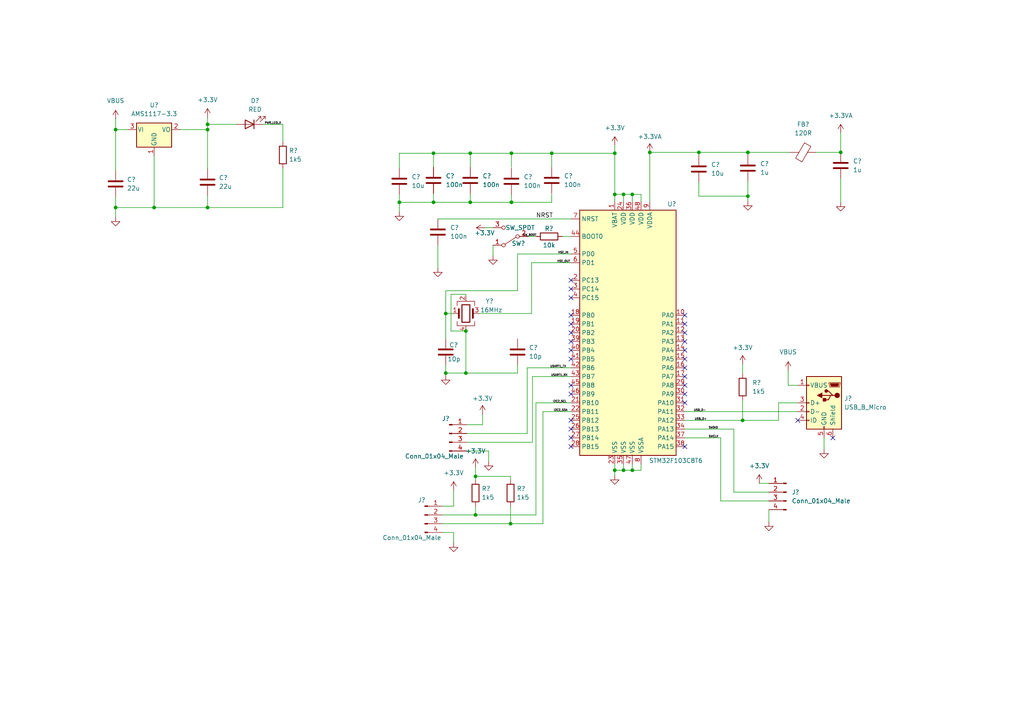
<source format=kicad_sch>
(kicad_sch (version 20211123) (generator eeschema)
  (paper "A4")
  (lib_symbols
    (symbol "Connector:Conn_01x04_Male" (pin_names (offset 1.016) hide)
      (property "Reference" "J" (at 0 5.08 0))
      (property "Value" "Conn_01x04_Male" (at 0 -7.62 0))
      (symbol "Conn_01x04_Male_1_1"
        (polyline (pts (xy 1.27 -5.08) (xy 0.8636 -5.08)) (stroke (width 0.1524)))
        (polyline (pts (xy 1.27 -2.54) (xy 0.8636 -2.54)) (stroke (width 0.1524)))
        (polyline (pts (xy 1.27 0) (xy 0.8636 0)) (stroke (width 0.1524)))
        (polyline (pts (xy 1.27 2.54) (xy 0.8636 2.54)) (stroke (width 0.1524)))
        (rectangle (start 0.8636 -4.953) (end 0 -5.207) (stroke (width 0.1524)) (fill (type outline)))
        (rectangle (start 0.8636 -2.413) (end 0 -2.667) (stroke (width 0.1524)) (fill (type outline)))
        (rectangle (start 0.8636 0.127) (end 0 -0.127) (stroke (width 0.1524)) (fill (type outline)))
        (rectangle (start 0.8636 2.667) (end 0 2.413) (stroke (width 0.1524)) (fill (type outline)))
        (pin passive line (at 5.08 2.54 180) (length 3.81) (name "Pin_1") (number "1"))
        (pin passive line (at 5.08 0 180) (length 3.81) (name "Pin_2") (number "2"))
        (pin passive line (at 5.08 -2.54 180) (length 3.81) (name "Pin_3") (number "3"))
        (pin passive line (at 5.08 -5.08 180) (length 3.81) (name "Pin_4") (number "4"))
      )
    )
    (symbol "Connector:USB_B_Micro" (pin_names (offset 1.016))
      (property "Reference" "J" (at -5.08 11.43 0))
      (property "Value" "USB_B_Micro" (at -5.08 8.89 0))
      (symbol "USB_B_Micro_0_1"
        (rectangle (start -5.08 -7.62) (end 5.08 7.62) (stroke (width 0.254)) (fill (type background)))
        (circle (center -3.81 2.159) (radius 0.635) (stroke (width 0.254)) (fill (type outline)))
        (circle (center -0.635 3.429) (radius 0.381) (stroke (width 0.254)) (fill (type outline)))
        (rectangle (start -0.127 -7.62) (end 0.127 -6.858))
        (polyline (pts (xy -1.905 2.159) (xy 0.635 2.159)) (stroke (width 0.254)))
        (polyline (pts (xy -3.175 2.159) (xy -2.54 2.159) (xy -1.27 3.429) (xy -0.635 3.429)) (stroke (width 0.254)))
        (polyline (pts (xy -2.54 2.159) (xy -1.905 2.159) (xy -1.27 0.889) (xy 0 0.889)) (stroke (width 0.254)))
        (polyline (pts (xy 0.635 2.794) (xy 0.635 1.524) (xy 1.905 2.159) (xy 0.635 2.794)) (stroke (width 0.254)) (fill (type outline)))
        (polyline (pts (xy -4.318 5.588) (xy -1.778 5.588) (xy -2.032 4.826) (xy -4.064 4.826) (xy -4.318 5.588)) (fill (type outline)))
        (polyline (pts (xy -4.699 5.842) (xy -4.699 5.588) (xy -4.445 4.826) (xy -4.445 4.572) (xy -1.651 4.572) (xy -1.651 4.826) (xy -1.397 5.588) (xy -1.397 5.842) (xy -4.699 5.842)))
        (rectangle (start 0.254 1.27) (end -0.508 0.508) (stroke (width 0.254)) (fill (type outline)))
        (rectangle (start 5.08 -5.207) (end 4.318 -4.953))
        (rectangle (start 5.08 -2.667) (end 4.318 -2.413))
        (rectangle (start 5.08 -0.127) (end 4.318 0.127))
        (rectangle (start 5.08 4.953) (end 4.318 5.207))
      )
      (symbol "USB_B_Micro_1_1"
        (pin power_out line (at 7.62 5.08 180) (length 2.54) (name "VBUS") (number "1"))
        (pin bidirectional line (at 7.62 -2.54 180) (length 2.54) (name "D-") (number "2"))
        (pin bidirectional line (at 7.62 0 180) (length 2.54) (name "D+") (number "3"))
        (pin passive line (at 7.62 -5.08 180) (length 2.54) (name "ID") (number "4"))
        (pin power_out line (at 0 -10.16 90) (length 2.54) (name "GND") (number "5"))
        (pin passive line (at -2.54 -10.16 90) (length 2.54) (name "Shield") (number "6"))
      )
    )
    (symbol "Device:C" (pin_numbers hide) (pin_names (offset 0.254))
      (property "Reference" "C" (at 0.635 2.54 0))
      (property "Value" "C" (at 0.635 -2.54 0))
      (symbol "C_0_1"
        (polyline (pts (xy -2.032 -0.762) (xy 2.032 -0.762)) (stroke (width 0.508)))
        (polyline (pts (xy -2.032 0.762) (xy 2.032 0.762)) (stroke (width 0.508)))
      )
      (symbol "C_1_1"
        (pin passive line (at 0 3.81 270) (length 2.794) (name "~") (number "1"))
        (pin passive line (at 0 -3.81 90) (length 2.794) (name "~") (number "2"))
      )
    )
    (symbol "Device:Crystal_GND24" (pin_names (offset 1.016) hide)
      (property "Reference" "Y" (at 3.175 5.08 0))
      (property "Value" "Crystal_GND24" (at 3.175 3.175 0))
      (symbol "Crystal_GND24_0_1"
        (rectangle (start -1.143 2.54) (end 1.143 -2.54) (stroke (width 0.3048)))
        (polyline (pts (xy -2.54 0) (xy -2.032 0)))
        (polyline (pts (xy -2.032 -1.27) (xy -2.032 1.27)) (stroke (width 0.508)))
        (polyline (pts (xy 0 -3.81) (xy 0 -3.556)))
        (polyline (pts (xy 0 3.556) (xy 0 3.81)))
        (polyline (pts (xy 2.032 -1.27) (xy 2.032 1.27)) (stroke (width 0.508)))
        (polyline (pts (xy 2.032 0) (xy 2.54 0)))
        (polyline (pts (xy -2.54 -2.286) (xy -2.54 -3.556) (xy 2.54 -3.556) (xy 2.54 -2.286)))
        (polyline (pts (xy -2.54 2.286) (xy -2.54 3.556) (xy 2.54 3.556) (xy 2.54 2.286)))
      )
      (symbol "Crystal_GND24_1_1"
        (pin passive line (at -3.81 0 0) (length 1.27) (name "1") (number "1"))
        (pin passive line (at 0 5.08 270) (length 1.27) (name "2") (number "2"))
        (pin passive line (at 3.81 0 180) (length 1.27) (name "3") (number "3"))
        (pin passive line (at 0 -5.08 90) (length 1.27) (name "4") (number "4"))
      )
    )
    (symbol "Device:FerriteBead" (pin_numbers hide) (pin_names (offset 0))
      (property "Reference" "FB" (at -3.81 0.635 90))
      (property "Value" "FerriteBead" (at 3.81 0 90))
      (symbol "FerriteBead_0_1"
        (polyline (pts (xy 0 -1.27) (xy 0 -1.2192)))
        (polyline (pts (xy 0 1.27) (xy 0 1.2954)))
        (polyline (pts (xy -2.7686 0.4064) (xy -1.7018 2.2606) (xy 2.7686 -0.3048) (xy 1.6764 -2.159) (xy -2.7686 0.4064)))
      )
      (symbol "FerriteBead_1_1"
        (pin passive line (at 0 3.81 270) (length 2.54) (name "~") (number "1"))
        (pin passive line (at 0 -3.81 90) (length 2.54) (name "~") (number "2"))
      )
    )
    (symbol "Device:LED" (pin_numbers hide) (pin_names (offset 1.016) hide)
      (property "Reference" "D" (at 0 2.54 0))
      (property "Value" "LED" (at 0 -2.54 0))
      (symbol "LED_0_1"
        (polyline (pts (xy -1.27 -1.27) (xy -1.27 1.27)) (stroke (width 0.254)))
        (polyline (pts (xy -1.27 0) (xy 1.27 0)))
        (polyline (pts (xy 1.27 -1.27) (xy 1.27 1.27) (xy -1.27 0) (xy 1.27 -1.27)) (stroke (width 0.254)))
        (polyline (pts (xy -3.048 -0.762) (xy -4.572 -2.286) (xy -3.81 -2.286) (xy -4.572 -2.286) (xy -4.572 -1.524)))
        (polyline (pts (xy -1.778 -0.762) (xy -3.302 -2.286) (xy -2.54 -2.286) (xy -3.302 -2.286) (xy -3.302 -1.524)))
      )
      (symbol "LED_1_1"
        (pin passive line (at -3.81 0 0) (length 2.54) (name "K") (number "1"))
        (pin passive line (at 3.81 0 180) (length 2.54) (name "A") (number "2"))
      )
    )
    (symbol "Device:R" (pin_numbers hide) (pin_names (offset 0))
      (property "Reference" "R" (at 2.032 0 90))
      (property "Value" "R" (at 0 0 90))
      (symbol "R_0_1"
        (rectangle (start -1.016 -2.54) (end 1.016 2.54) (stroke (width 0.254)))
      )
      (symbol "R_1_1"
        (pin passive line (at 0 3.81 270) (length 1.27) (name "~") (number "1"))
        (pin passive line (at 0 -3.81 90) (length 1.27) (name "~") (number "2"))
      )
    )
    (symbol "MCU_ST_STM32F1:STM32F103C8Tx"
      (property "Reference" "U" (at -15.24 36.83 0))
      (property "Value" "STM32F103C8Tx" (at 7.62 36.83 0))
      (symbol "STM32F103C8Tx_0_1"
        (rectangle (start -15.24 -35.56) (end 12.7 35.56) (stroke (width 0.254)) (fill (type background)))
      )
      (symbol "STM32F103C8Tx_1_1"
        (pin power_in line (at -5.08 38.1 270) (length 2.54) (name "VBAT") (number "1"))
        (pin bidirectional line (at 15.24 5.08 180) (length 2.54) (name "PA0") (number "10"))
        (pin bidirectional line (at 15.24 2.54 180) (length 2.54) (name "PA1") (number "11"))
        (pin bidirectional line (at 15.24 0 180) (length 2.54) (name "PA2") (number "12"))
        (pin bidirectional line (at 15.24 -2.54 180) (length 2.54) (name "PA3") (number "13"))
        (pin bidirectional line (at 15.24 -5.08 180) (length 2.54) (name "PA4") (number "14"))
        (pin bidirectional line (at 15.24 -7.62 180) (length 2.54) (name "PA5") (number "15"))
        (pin bidirectional line (at 15.24 -10.16 180) (length 2.54) (name "PA6") (number "16"))
        (pin bidirectional line (at 15.24 -12.7 180) (length 2.54) (name "PA7") (number "17"))
        (pin bidirectional line (at -17.78 5.08 0) (length 2.54) (name "PB0") (number "18"))
        (pin bidirectional line (at -17.78 2.54 0) (length 2.54) (name "PB1") (number "19"))
        (pin bidirectional line (at -17.78 15.24 0) (length 2.54) (name "PC13") (number "2"))
        (pin bidirectional line (at -17.78 0 0) (length 2.54) (name "PB2") (number "20"))
        (pin bidirectional line (at -17.78 -20.32 0) (length 2.54) (name "PB10") (number "21"))
        (pin bidirectional line (at -17.78 -22.86 0) (length 2.54) (name "PB11") (number "22"))
        (pin power_in line (at -5.08 -38.1 90) (length 2.54) (name "VSS") (number "23"))
        (pin power_in line (at -2.54 38.1 270) (length 2.54) (name "VDD") (number "24"))
        (pin bidirectional line (at -17.78 -25.4 0) (length 2.54) (name "PB12") (number "25"))
        (pin bidirectional line (at -17.78 -27.94 0) (length 2.54) (name "PB13") (number "26"))
        (pin bidirectional line (at -17.78 -30.48 0) (length 2.54) (name "PB14") (number "27"))
        (pin bidirectional line (at -17.78 -33.02 0) (length 2.54) (name "PB15") (number "28"))
        (pin bidirectional line (at 15.24 -15.24 180) (length 2.54) (name "PA8") (number "29"))
        (pin bidirectional line (at -17.78 12.7 0) (length 2.54) (name "PC14") (number "3"))
        (pin bidirectional line (at 15.24 -17.78 180) (length 2.54) (name "PA9") (number "30"))
        (pin bidirectional line (at 15.24 -20.32 180) (length 2.54) (name "PA10") (number "31"))
        (pin bidirectional line (at 15.24 -22.86 180) (length 2.54) (name "PA11") (number "32"))
        (pin bidirectional line (at 15.24 -25.4 180) (length 2.54) (name "PA12") (number "33"))
        (pin bidirectional line (at 15.24 -27.94 180) (length 2.54) (name "PA13") (number "34"))
        (pin power_in line (at -2.54 -38.1 90) (length 2.54) (name "VSS") (number "35"))
        (pin power_in line (at 0 38.1 270) (length 2.54) (name "VDD") (number "36"))
        (pin bidirectional line (at 15.24 -30.48 180) (length 2.54) (name "PA14") (number "37"))
        (pin bidirectional line (at 15.24 -33.02 180) (length 2.54) (name "PA15") (number "38"))
        (pin bidirectional line (at -17.78 -2.54 0) (length 2.54) (name "PB3") (number "39"))
        (pin bidirectional line (at -17.78 10.16 0) (length 2.54) (name "PC15") (number "4"))
        (pin bidirectional line (at -17.78 -5.08 0) (length 2.54) (name "PB4") (number "40"))
        (pin bidirectional line (at -17.78 -7.62 0) (length 2.54) (name "PB5") (number "41"))
        (pin bidirectional line (at -17.78 -10.16 0) (length 2.54) (name "PB6") (number "42"))
        (pin bidirectional line (at -17.78 -12.7 0) (length 2.54) (name "PB7") (number "43"))
        (pin input line (at -17.78 27.94 0) (length 2.54) (name "BOOT0") (number "44"))
        (pin bidirectional line (at -17.78 -15.24 0) (length 2.54) (name "PB8") (number "45"))
        (pin bidirectional line (at -17.78 -17.78 0) (length 2.54) (name "PB9") (number "46"))
        (pin power_in line (at 0 -38.1 90) (length 2.54) (name "VSS") (number "47"))
        (pin power_in line (at 2.54 38.1 270) (length 2.54) (name "VDD") (number "48"))
        (pin input line (at -17.78 22.86 0) (length 2.54) (name "PD0") (number "5"))
        (pin input line (at -17.78 20.32 0) (length 2.54) (name "PD1") (number "6"))
        (pin input line (at -17.78 33.02 0) (length 2.54) (name "NRST") (number "7"))
        (pin power_in line (at 2.54 -38.1 90) (length 2.54) (name "VSSA") (number "8"))
        (pin power_in line (at 5.08 38.1 270) (length 2.54) (name "VDDA") (number "9"))
      )
    )
    (symbol "Regulator_Linear:AMS1117-3.3" (pin_names (offset 0.254))
      (property "Reference" "U" (at -3.81 3.175 0))
      (property "Value" "AMS1117-3.3" (at 0 3.175 0))
      (symbol "AMS1117-3.3_0_1"
        (rectangle (start -5.08 -5.08) (end 5.08 1.905) (stroke (width 0.254)) (fill (type background)))
      )
      (symbol "AMS1117-3.3_1_1"
        (pin power_in line (at 0 -7.62 90) (length 2.54) (name "GND") (number "1"))
        (pin power_out line (at 7.62 0 180) (length 2.54) (name "VO") (number "2"))
        (pin power_in line (at -7.62 0 0) (length 2.54) (name "VI") (number "3"))
      )
    )
    (symbol "Switch:SW_SPDT" (pin_names (offset 0) hide)
      (property "Reference" "SW" (at 0 4.318 0))
      (property "Value" "SW_SPDT" (at 0 -5.08 0))
      (symbol "SW_SPDT_0_0"
        (circle (center -2.032 0) (radius 0.508))
        (circle (center 2.032 -2.54) (radius 0.508))
      )
      (symbol "SW_SPDT_0_1"
        (polyline (pts (xy -1.524 0.254) (xy 1.651 2.286)))
        (circle (center 2.032 2.54) (radius 0.508))
      )
      (symbol "SW_SPDT_1_1"
        (pin passive line (at 5.08 2.54 180) (length 2.54) (name "A") (number "1"))
        (pin passive line (at -5.08 0 0) (length 2.54) (name "B") (number "2"))
        (pin passive line (at 5.08 -2.54 180) (length 2.54) (name "C") (number "3"))
      )
    )
    (symbol "power:+3.3V" (power) (pin_names (offset 0))
      (property "Value" "+3.3V" (at 0 3.556 0))
      (symbol "+3.3V_0_1"
        (polyline (pts (xy -0.762 1.27) (xy 0 2.54)))
        (polyline (pts (xy 0 0) (xy 0 2.54)))
        (polyline (pts (xy 0 2.54) (xy 0.762 1.27)))
      )
      (symbol "+3.3V_1_1"
        (pin power_in line (at 0 0 90) (length 0) hide (name "+3.3V") (number "1"))
      )
    )
    (symbol "power:+3.3VA" (power) (pin_names (offset 0))
      (property "Value" "+3.3VA" (at 0 3.556 0))
      (symbol "+3.3VA_0_1"
        (polyline (pts (xy -0.762 1.27) (xy 0 2.54)))
        (polyline (pts (xy 0 0) (xy 0 2.54)))
        (polyline (pts (xy 0 2.54) (xy 0.762 1.27)))
      )
      (symbol "+3.3VA_1_1"
        (pin power_in line (at 0 0 90) (length 0) hide (name "+3.3VA") (number "1"))
      )
    )
    (symbol "power:GND" (power) (pin_names (offset 0))
      (property "Value" "GND" (at 0 -3.81 0))
      (symbol "GND_0_1"
        (polyline (pts (xy 0 0) (xy 0 -1.27) (xy 1.27 -1.27) (xy 0 -2.54) (xy -1.27 -1.27) (xy 0 -1.27)))
      )
      (symbol "GND_1_1"
        (pin power_in line (at 0 0 270) (length 0) hide (name "GND") (number "1"))
      )
    )
    (symbol "power:VBUS" (power) (pin_names (offset 0))
      (property "Value" "VBUS" (at 0 3.81 0))
      (symbol "VBUS_0_1"
        (polyline (pts (xy -0.762 1.27) (xy 0 2.54)))
        (polyline (pts (xy 0 0) (xy 0 2.54)))
        (polyline (pts (xy 0 2.54) (xy 0.762 1.27)))
      )
      (symbol "VBUS_1_1"
        (pin power_in line (at 0 0 90) (length 0) hide (name "VBUS") (number "1"))
      )
    )
  )
  (junction (at 216.916 56.896))
  (junction (at 183.388 136.398))
  (junction (at 216.916 44.196))
  (junction (at 129.286 108.204))
  (junction (at 60.198 37.592))
  (junction (at 125.73 44.45))
  (junction (at 60.198 36.068))
  (junction (at 178.308 56.388))
  (junction (at 136.398 44.45))
  (junction (at 188.468 44.196))
  (junction (at 215.392 121.92))
  (junction (at 160.02 44.45))
  (junction (at 136.398 58.674))
  (junction (at 178.308 44.45))
  (junction (at 33.528 37.592))
  (junction (at 115.824 58.674))
  (junction (at 180.848 136.398))
  (junction (at 148.082 151.892))
  (junction (at 180.848 56.388))
  (junction (at 44.704 60.198))
  (junction (at 129.286 90.932))
  (junction (at 125.73 58.674))
  (junction (at 202.692 44.196))
  (junction (at 243.84 44.196))
  (junction (at 33.528 60.198))
  (junction (at 137.922 138.176))
  (junction (at 135.128 108.204))
  (junction (at 137.922 149.352))
  (junction (at 60.198 60.198))
  (junction (at 148.336 58.674))
  (junction (at 183.388 56.388))
  (junction (at 178.308 136.398))
  (junction (at 135.128 96.012))
  (junction (at 148.336 44.45))
  (no_connect (at 198.628 114.3))
  (no_connect (at 165.608 114.3))
  (no_connect (at 165.608 91.44))
  (no_connect (at 198.628 109.22))
  (no_connect (at 165.608 83.82))
  (no_connect (at 165.608 81.28))
  (no_connect (at 198.628 96.52))
  (no_connect (at 165.608 96.52))
  (no_connect (at 198.628 116.84))
  (no_connect (at 198.628 99.06))
  (no_connect (at 165.608 104.14))
  (no_connect (at 165.608 93.98))
  (no_connect (at 165.608 124.46))
  (no_connect (at 198.628 111.76))
  (no_connect (at 165.608 99.06))
  (no_connect (at 165.608 111.76))
  (no_connect (at 231.394 121.92))
  (no_connect (at 241.554 127))
  (no_connect (at 198.628 106.68))
  (no_connect (at 165.608 86.36))
  (no_connect (at 198.628 91.44))
  (no_connect (at 165.608 127))
  (no_connect (at 165.608 129.54))
  (no_connect (at 198.628 129.54))
  (no_connect (at 198.628 104.14))
  (no_connect (at 198.628 101.6))
  (no_connect (at 165.608 101.6))
  (no_connect (at 198.628 93.98))
  (no_connect (at 165.608 121.92))
  (wire (pts (xy 178.308 56.388) (xy 178.308 58.42)))
  (wire (pts (xy 44.704 60.198) (xy 33.528 60.198)))
  (wire (pts (xy 136.398 56.134) (xy 136.398 58.674)))
  (wire (pts (xy 215.392 121.92) (xy 225.806 121.92)))
  (wire (pts (xy 178.308 134.62) (xy 178.308 136.398)))
  (wire (pts (xy 215.392 105.664) (xy 215.392 108.458)))
  (wire (pts (xy 148.082 151.892) (xy 157.48 151.892)))
  (wire (pts (xy 129.286 108.204) (xy 135.128 108.204)))
  (wire (pts (xy 160.02 56.388) (xy 160.02 58.674)))
  (wire (pts (xy 178.308 44.45) (xy 178.308 56.388)))
  (wire (pts (xy 148.082 146.812) (xy 148.082 151.892)))
  (wire (pts (xy 183.388 134.62) (xy 183.388 136.398)))
  (wire (pts (xy 128.27 149.352) (xy 137.922 149.352)))
  (wire (pts (xy 115.824 48.768) (xy 115.824 44.45)))
  (wire (pts (xy 139.954 120.142) (xy 139.954 123.19)))
  (wire (pts (xy 183.388 56.388) (xy 185.928 56.388)))
  (wire (pts (xy 183.388 56.388) (xy 183.388 58.42)))
  (wire (pts (xy 131.572 142.24) (xy 131.572 146.812)))
  (wire (pts (xy 185.928 56.388) (xy 185.928 58.42)))
  (wire (pts (xy 125.73 44.45) (xy 136.398 44.45)))
  (wire (pts (xy 129.286 84.328) (xy 129.286 90.932)))
  (wire (pts (xy 143.002 71.12) (xy 143.002 74.168)))
  (wire (pts (xy 236.728 44.196) (xy 243.84 44.196)))
  (wire (pts (xy 148.336 56.388) (xy 148.336 58.674)))
  (wire (pts (xy 202.692 56.896) (xy 216.916 56.896)))
  (wire (pts (xy 239.014 127) (xy 239.014 130.302)))
  (wire (pts (xy 125.73 56.134) (xy 125.73 58.674)))
  (wire (pts (xy 33.528 60.198) (xy 33.528 62.992)))
  (wire (pts (xy 130.81 85.344) (xy 130.81 96.012)))
  (wire (pts (xy 150.114 73.66) (xy 150.114 84.328)))
  (wire (pts (xy 82.042 48.768) (xy 82.042 60.198)))
  (wire (pts (xy 60.198 36.068) (xy 60.198 37.592)))
  (wire (pts (xy 82.042 41.148) (xy 82.042 36.068)))
  (wire (pts (xy 202.692 52.832) (xy 202.692 56.896)))
  (wire (pts (xy 157.48 119.38) (xy 165.608 119.38)))
  (wire (pts (xy 216.916 52.578) (xy 216.916 56.896)))
  (wire (pts (xy 135.128 85.344) (xy 130.81 85.344)))
  (wire (pts (xy 137.922 138.176) (xy 137.922 139.192)))
  (wire (pts (xy 228.6 111.76) (xy 231.394 111.76)))
  (wire (pts (xy 198.628 127) (xy 209.042 127)))
  (wire (pts (xy 198.628 121.92) (xy 215.392 121.92)))
  (wire (pts (xy 148.336 44.45) (xy 160.02 44.45)))
  (wire (pts (xy 140.716 66.04) (xy 143.002 66.04)))
  (wire (pts (xy 223.012 145.288) (xy 209.042 145.288)))
  (wire (pts (xy 82.042 36.068) (xy 76.2 36.068)))
  (wire (pts (xy 127 63.5) (xy 165.608 63.5)))
  (wire (pts (xy 183.388 136.398) (xy 185.928 136.398)))
  (wire (pts (xy 154.432 109.22) (xy 154.432 128.27)))
  (wire (pts (xy 135.128 108.204) (xy 150.114 108.204)))
  (wire (pts (xy 129.286 90.932) (xy 131.318 90.932)))
  (wire (pts (xy 212.852 142.748) (xy 212.852 124.46)))
  (wire (pts (xy 141.732 130.81) (xy 135.382 130.81)))
  (wire (pts (xy 202.692 44.196) (xy 216.916 44.196)))
  (wire (pts (xy 129.286 90.932) (xy 129.286 98.298)))
  (wire (pts (xy 178.308 56.388) (xy 180.848 56.388)))
  (wire (pts (xy 188.468 44.196) (xy 188.468 58.42)))
  (wire (pts (xy 60.198 36.068) (xy 68.58 36.068)))
  (wire (pts (xy 115.824 56.388) (xy 115.824 58.674)))
  (wire (pts (xy 154.178 90.932) (xy 154.178 76.2)))
  (wire (pts (xy 129.286 108.204) (xy 129.286 108.966)))
  (wire (pts (xy 33.528 37.592) (xy 37.084 37.592)))
  (wire (pts (xy 160.02 44.45) (xy 178.308 44.45)))
  (wire (pts (xy 33.528 57.15) (xy 33.528 60.198)))
  (wire (pts (xy 148.082 138.176) (xy 137.922 138.176)))
  (wire (pts (xy 150.114 108.204) (xy 150.114 105.918)))
  (wire (pts (xy 137.922 149.352) (xy 155.448 149.352)))
  (wire (pts (xy 148.336 44.45) (xy 148.336 48.514)))
  (wire (pts (xy 135.382 125.73) (xy 152.908 125.73)))
  (wire (pts (xy 154.432 128.27) (xy 135.382 128.27)))
  (wire (pts (xy 216.916 44.958) (xy 216.916 44.196)))
  (wire (pts (xy 60.198 60.198) (xy 44.704 60.198)))
  (wire (pts (xy 152.908 125.73) (xy 152.908 106.68)))
  (wire (pts (xy 178.308 136.398) (xy 180.848 136.398)))
  (wire (pts (xy 155.448 149.352) (xy 155.448 116.84)))
  (wire (pts (xy 225.806 121.92) (xy 225.806 116.84)))
  (wire (pts (xy 148.336 58.674) (xy 136.398 58.674)))
  (wire (pts (xy 136.398 44.45) (xy 148.336 44.45)))
  (wire (pts (xy 243.84 51.816) (xy 243.84 58.674)))
  (wire (pts (xy 155.448 116.84) (xy 165.608 116.84)))
  (wire (pts (xy 153.162 68.58) (xy 155.448 68.58)))
  (wire (pts (xy 202.692 44.196) (xy 188.468 44.196)))
  (wire (pts (xy 60.198 56.642) (xy 60.198 60.198)))
  (wire (pts (xy 216.916 56.896) (xy 216.916 58.42)))
  (wire (pts (xy 44.704 45.212) (xy 44.704 60.198)))
  (wire (pts (xy 216.916 44.196) (xy 229.108 44.196)))
  (wire (pts (xy 150.114 84.328) (xy 129.286 84.328)))
  (wire (pts (xy 139.954 123.19) (xy 135.382 123.19)))
  (wire (pts (xy 160.02 58.674) (xy 148.336 58.674)))
  (wire (pts (xy 33.528 49.53) (xy 33.528 37.592)))
  (wire (pts (xy 178.308 42.164) (xy 178.308 44.45)))
  (wire (pts (xy 135.128 96.012) (xy 135.128 108.204)))
  (wire (pts (xy 60.198 34.036) (xy 60.198 36.068)))
  (wire (pts (xy 243.84 38.608) (xy 243.84 44.196)))
  (wire (pts (xy 198.628 119.38) (xy 231.394 119.38)))
  (wire (pts (xy 228.6 107.442) (xy 228.6 111.76)))
  (wire (pts (xy 128.27 151.892) (xy 148.082 151.892)))
  (wire (pts (xy 131.572 154.432) (xy 128.27 154.432)))
  (wire (pts (xy 152.908 106.68) (xy 165.608 106.68)))
  (wire (pts (xy 157.48 151.892) (xy 157.48 119.38)))
  (wire (pts (xy 225.806 116.84) (xy 231.394 116.84)))
  (wire (pts (xy 148.082 139.192) (xy 148.082 138.176)))
  (wire (pts (xy 215.392 116.078) (xy 215.392 121.92)))
  (wire (pts (xy 178.308 136.398) (xy 178.308 137.922)))
  (wire (pts (xy 136.398 58.674) (xy 125.73 58.674)))
  (wire (pts (xy 33.528 34.544) (xy 33.528 37.592)))
  (wire (pts (xy 180.848 136.398) (xy 183.388 136.398)))
  (wire (pts (xy 82.042 60.198) (xy 60.198 60.198)))
  (wire (pts (xy 223.012 147.828) (xy 223.012 151.384)))
  (wire (pts (xy 137.922 146.812) (xy 137.922 149.352)))
  (wire (pts (xy 60.198 37.592) (xy 52.324 37.592)))
  (wire (pts (xy 141.732 133.858) (xy 141.732 130.81)))
  (wire (pts (xy 198.628 124.46) (xy 212.852 124.46)))
  (wire (pts (xy 202.692 45.212) (xy 202.692 44.196)))
  (wire (pts (xy 127 71.12) (xy 127 77.724)))
  (wire (pts (xy 135.128 85.852) (xy 135.128 85.344)))
  (wire (pts (xy 131.572 157.48) (xy 131.572 154.432)))
  (wire (pts (xy 180.848 56.388) (xy 180.848 58.42)))
  (wire (pts (xy 220.218 140.208) (xy 223.012 140.208)))
  (wire (pts (xy 223.012 142.748) (xy 212.852 142.748)))
  (wire (pts (xy 137.922 135.636) (xy 137.922 138.176)))
  (wire (pts (xy 154.432 109.22) (xy 165.608 109.22)))
  (wire (pts (xy 138.938 90.932) (xy 154.178 90.932)))
  (wire (pts (xy 115.824 58.674) (xy 115.824 61.468)))
  (wire (pts (xy 160.02 48.514) (xy 160.02 44.45)))
  (wire (pts (xy 115.824 44.45) (xy 125.73 44.45)))
  (wire (pts (xy 185.928 136.398) (xy 185.928 134.62)))
  (wire (pts (xy 60.198 49.022) (xy 60.198 37.592)))
  (wire (pts (xy 163.068 68.58) (xy 165.608 68.58)))
  (wire (pts (xy 180.848 134.62) (xy 180.848 136.398)))
  (wire (pts (xy 130.81 96.012) (xy 135.128 96.012)))
  (wire (pts (xy 136.398 44.45) (xy 136.398 48.514)))
  (wire (pts (xy 125.73 48.514) (xy 125.73 44.45)))
  (wire (pts (xy 154.178 76.2) (xy 165.608 76.2)))
  (wire (pts (xy 125.73 58.674) (xy 115.824 58.674)))
  (wire (pts (xy 209.042 145.288) (xy 209.042 127)))
  (wire (pts (xy 131.572 146.812) (xy 128.27 146.812)))
  (wire (pts (xy 165.608 73.66) (xy 150.114 73.66)))
  (wire (pts (xy 180.848 56.388) (xy 183.388 56.388)))
  (wire (pts (xy 129.286 105.918) (xy 129.286 108.204)))
  (label "SWDIO" (at 205.486 124.46 0) (effects (font (size 0.57 0.57))))
  (label "I2C2_SCL" (at 160.274 116.84 0) (effects (font (size 0.57 0.57))))
  (label "USART1_TX" (at 159.512 106.68 0) (effects (font (size 0.57 0.57))))
  (label "PWR_LED_K" (at 76.708 36.068 0) (effects (font (size 0.57 0.57))))
  (label "USB_D-" (at 201.168 119.38 0) (effects (font (size 0.57 0.57))))
  (label "HSE_OUT" (at 161.544 76.2 0) (effects (font (size 0.57 0.57))))
  (label "USB_D+" (at 201.422 121.92 0) (effects (font (size 0.57 0.57))))
  (label "I2C2_SDA" (at 160.528 119.38 0) (effects (font (size 0.57 0.57))))
  (label "HSE_IN" (at 161.798 73.66 0) (effects (font (size 0.57 0.57))))
  (label "SWCLK" (at 205.486 127 0) (effects (font (size 0.57 0.57))))
  (label "NRST" (at 155.448 63.5 0))
  (label "USART1_RX" (at 159.766 109.22 0) (effects (font (size 0.57 0.57))))
  (label "SW_BOOT" (at 151.638 68.58 0) (effects (font (size 0.57 0.57))))
  (symbol (lib_id "Connector:USB_B_Micro") (at 239.014 116.84 0) (mirror y) (unit 1)
    (property "Reference" "J?" (at 244.856 115.5699 0) (effects (justify right)))
    (property "Value" "USB_B_Micro" (at 244.856 118.1099 0) (effects (justify right)))
  )
  (symbol (lib_id "power:GND") (at 129.286 108.966 0) (unit 1)
    (property "Reference" "#PWR?" (effects hide))
    (property "Value" "GND" (effects hide))
  )
  (symbol (lib_id "Device:C") (at 33.528 53.34 0) (unit 1)
    (property "Reference" "C?" (at 36.83 52.0699 0) (effects (justify left)))
    (property "Value" "22u" (at 36.83 54.6099 0) (effects (justify left)))
  )
  (symbol (lib_id "Device:C") (at 216.916 48.768 0) (unit 1)
    (property "Reference" "C?" (at 220.472 47.4979 0) (effects (justify left)))
    (property "Value" "1u" (at 220.472 50.0379 0) (effects (justify left)))
  )
  (symbol (lib_id "Connector:Conn_01x04_Male") (at 228.092 142.748 0) (mirror y) (unit 1)
    (property "Reference" "J?" (at 229.616 142.7479 0) (effects (justify right)))
    (property "Value" "Conn_01x04_Male" (at 229.616 145.2879 0) (effects (justify right)))
  )
  (symbol (lib_id "power:+3.3V") (at 178.308 42.164 0) (unit 1)
    (property "Reference" "#PWR?" (effects hide))
    (property "Value" "+3.3V" (at 178.308 37.084 0))
  )
  (symbol (lib_id "Device:R") (at 137.922 143.002 0) (unit 1)
    (property "Reference" "R?" (at 139.7 141.7319 0) (effects (justify left)))
    (property "Value" "1k5" (at 139.7 144.2719 0) (effects (justify left)))
  )
  (symbol (lib_id "Device:C") (at 127 67.31 0) (unit 1)
    (property "Reference" "C?" (at 130.556 66.0399 0) (effects (justify left)))
    (property "Value" "100n" (at 130.556 68.5799 0) (effects (justify left)))
  )
  (symbol (lib_id "power:GND") (at 141.732 133.858 0) (unit 1)
    (property "Reference" "#PWR?" (effects hide))
    (property "Value" "GND" (effects hide))
  )
  (symbol (lib_id "Device:C") (at 115.824 52.578 0) (unit 1)
    (property "Reference" "C?" (at 119.38 51.3079 0) (effects (justify left)))
    (property "Value" "10u" (at 119.38 53.8479 0) (effects (justify left)))
  )
  (symbol (lib_id "Device:C") (at 60.198 52.832 0) (unit 1)
    (property "Reference" "C?" (at 63.5 51.5619 0) (effects (justify left)))
    (property "Value" "22u" (at 63.5 54.1019 0) (effects (justify left)))
  )
  (symbol (lib_id "Device:C") (at 136.398 52.324 0) (unit 1)
    (property "Reference" "C?" (at 139.954 51.0539 0) (effects (justify left)))
    (property "Value" "100n" (at 139.954 53.5939 0) (effects (justify left)))
  )
  (symbol (lib_id "power:GND") (at 178.308 137.922 0) (unit 1)
    (property "Reference" "#PWR?" (effects hide))
    (property "Value" "GND" (effects hide))
  )
  (symbol (lib_id "Device:Crystal_GND24") (at 135.128 90.932 0) (unit 1)
    (property "Reference" "Y?" (at 141.986 87.3506 0))
    (property "Value" "16MHz" (at 142.494 89.916 0))
  )
  (symbol (lib_id "Device:FerriteBead") (at 232.918 44.196 270) (unit 1)
    (property "Reference" "FB?" (at 232.9688 36.068 90))
    (property "Value" "120R" (at 232.9688 38.608 90))
  )
  (symbol (lib_id "power:+3.3VA") (at 243.84 38.608 0) (unit 1)
    (property "Reference" "#PWR?" (effects hide))
    (property "Value" "+3.3VA" (at 243.84 33.528 0))
  )
  (symbol (lib_id "Device:C") (at 150.114 102.108 0) (unit 1)
    (property "Reference" "C?" (at 153.416 100.8379 0) (effects (justify left)))
    (property "Value" "10p" (at 153.416 103.3779 0) (effects (justify left)))
  )
  (symbol (lib_id "power:+3.3V") (at 139.954 120.142 0) (unit 1)
    (property "Reference" "#PWR?" (effects hide))
    (property "Value" "+3.3V" (at 139.954 115.57 0))
  )
  (symbol (lib_id "Device:C") (at 129.286 102.108 0) (unit 1)
    (property "Reference" "C?" (at 130.302 100.076 0) (effects (justify left)))
    (property "Value" "10p" (at 129.794 104.14 0) (effects (justify left)))
  )
  (symbol (lib_id "power:+3.3V") (at 220.218 140.208 0) (unit 1)
    (property "Reference" "#PWR?" (effects hide))
    (property "Value" "+3.3V" (at 220.218 135.128 0))
  )
  (symbol (lib_id "power:+3.3V") (at 215.392 105.664 0) (unit 1)
    (property "Reference" "#PWR?" (effects hide))
    (property "Value" "+3.3V" (at 215.392 100.838 0))
  )
  (symbol (lib_id "Device:C") (at 202.692 49.022 0) (unit 1)
    (property "Reference" "C?" (at 206.248 47.7519 0) (effects (justify left)))
    (property "Value" "10u" (at 206.248 50.2919 0) (effects (justify left)))
  )
  (symbol (lib_id "power:GND") (at 143.002 74.168 0) (unit 1)
    (property "Reference" "#PWR?" (effects hide))
    (property "Value" "GND" (effects hide))
  )
  (symbol (lib_id "power:+3.3VA") (at 188.468 44.196 0) (unit 1)
    (property "Reference" "#PWR?" (effects hide))
    (property "Value" "+3.3VA" (at 188.468 39.624 0))
  )
  (symbol (lib_id "power:GND") (at 239.014 130.302 0) (unit 1)
    (property "Reference" "#PWR?" (effects hide))
    (property "Value" "GND" (effects hide))
  )
  (symbol (lib_id "power:+3.3V") (at 137.922 135.636 0) (unit 1)
    (property "Reference" "#PWR?" (effects hide))
    (property "Value" "+3.3V" (at 137.922 130.81 0))
  )
  (symbol (lib_id "Device:C") (at 160.02 52.324 0) (unit 1)
    (property "Reference" "C?" (at 163.576 51.0539 0) (effects (justify left)))
    (property "Value" "100n" (at 163.576 53.5939 0) (effects (justify left)))
  )
  (symbol (lib_id "power:+3.3V") (at 140.716 66.04 90) (unit 1)
    (property "Reference" "#PWR?" (effects hide))
    (property "Value" "+3.3V" (at 143.51 67.564 90) (effects (justify left)))
  )
  (symbol (lib_id "Device:C") (at 243.84 48.006 0) (unit 1)
    (property "Reference" "C?" (at 247.396 46.7359 0) (effects (justify left)))
    (property "Value" "1u" (at 247.396 49.2759 0) (effects (justify left)))
  )
  (symbol (lib_id "power:GND") (at 33.528 62.992 0) (unit 1)
    (property "Reference" "#PWR?" (effects hide))
    (property "Value" "GND" (effects hide))
  )
  (symbol (lib_id "power:GND") (at 131.572 157.48 0) (unit 1)
    (property "Reference" "#PWR?" (effects hide))
    (property "Value" "GND" (effects hide))
  )
  (symbol (lib_id "Device:C") (at 125.73 52.324 0) (unit 1)
    (property "Reference" "C?" (at 129.286 51.0539 0) (effects (justify left)))
    (property "Value" "100n" (at 129.286 53.5939 0) (effects (justify left)))
  )
  (symbol (lib_id "power:+3.3V") (at 131.572 142.24 0) (unit 1)
    (property "Reference" "#PWR?" (effects hide))
    (property "Value" "+3.3V" (at 131.572 137.16 0))
  )
  (symbol (lib_id "power:GND") (at 223.012 151.384 0) (unit 1)
    (property "Reference" "#PWR?" (effects hide))
    (property "Value" "GND" (effects hide))
  )
  (symbol (lib_id "Switch:SW_SPDT") (at 148.082 68.58 180) (unit 1)
    (property "Reference" "SW?" (at 150.368 70.612 0))
    (property "Value" "SW_SPDT" (at 150.876 66.04 0))
  )
  (symbol (lib_id "power:+3.3V") (at 60.198 34.036 0) (unit 1)
    (property "Reference" "#PWR?" (effects hide))
    (property "Value" "+3.3V" (at 60.198 28.956 0))
  )
  (symbol (lib_id "power:GND") (at 115.824 61.468 0) (unit 1)
    (property "Reference" "#PWR?" (effects hide))
    (property "Value" "GND" (effects hide))
  )
  (symbol (lib_id "Connector:Conn_01x04_Male") (at 123.19 149.352 0) (unit 1)
    (property "Reference" "J?" (at 123.444 145.034 0) (effects (justify right)))
    (property "Value" "Conn_01x04_Male" (at 128.016 155.956 0) (effects (justify right)))
  )
  (symbol (lib_id "Regulator_Linear:AMS1117-3.3") (at 44.704 37.592 0) (unit 1)
    (property "Reference" "U?" (at 44.704 30.48 0))
    (property "Value" "AMS1117-3.3" (at 44.704 33.02 0))
    (property "Footprint" "Package_TO_SOT_SMD:SOT-223-3_TabPin2" (effects hide))
    (property "Datasheet" "http://www.advanced-monolithic.com/pdf/ds1117.pdf" (effects hide))
  )
  (symbol (lib_id "power:GND") (at 216.916 58.42 0) (unit 1)
    (property "Reference" "#PWR?" (effects hide))
    (property "Value" "GND" (effects hide))
  )
  (symbol (lib_id "Connector:Conn_01x04_Male") (at 130.302 125.73 0) (unit 1)
    (property "Reference" "J?" (at 129.286 121.412 0))
    (property "Value" "Conn_01x04_Male" (at 125.984 132.334 0))
  )
  (symbol (lib_id "Device:R") (at 148.082 143.002 0) (unit 1)
    (property "Reference" "R?" (at 149.86 141.7319 0) (effects (justify left)))
    (property "Value" "1k5" (at 149.86 144.2719 0) (effects (justify left)))
  )
  (symbol (lib_id "power:VBUS") (at 228.6 107.442 0) (unit 1)
    (property "Reference" "#PWR?" (effects hide))
    (property "Value" "VBUS" (at 228.6 102.108 0))
  )
  (symbol (lib_id "power:GND") (at 243.84 58.674 0) (unit 1)
    (property "Reference" "#PWR?" (effects hide))
    (property "Value" "GND" (effects hide))
  )
  (symbol (lib_id "power:GND") (at 127 77.724 0) (unit 1)
    (property "Reference" "#PWR?" (effects hide))
    (property "Value" "GND" (effects hide))
  )
  (symbol (lib_id "Device:R") (at 159.258 68.58 90) (unit 1)
    (property "Reference" "R?" (at 159.258 66.294 90))
    (property "Value" "10k" (at 159.258 71.12 90))
  )
  (symbol (lib_id "Device:C") (at 148.336 52.578 0) (unit 1)
    (property "Reference" "C?" (at 151.892 51.3079 0) (effects (justify left)))
    (property "Value" "100n" (at 151.892 53.8479 0) (effects (justify left)))
  )
  (symbol (lib_id "Device:R") (at 82.042 44.958 0) (unit 1)
    (property "Reference" "R?" (at 83.82 43.6879 0) (effects (justify left)))
    (property "Value" "1k5" (at 83.82 46.2279 0) (effects (justify left)))
  )
  (symbol (lib_id "power:VBUS") (at 33.528 34.544 0) (unit 1)
    (property "Reference" "#PWR?" (effects hide))
    (property "Value" "VBUS" (at 33.528 29.21 0))
  )
  (symbol (lib_id "Device:LED") (at 72.39 36.068 180) (unit 1)
    (property "Reference" "D?" (at 73.9775 29.21 0))
    (property "Value" "RED" (at 73.9775 31.75 0))
  )
  (symbol (lib_id "MCU_ST_STM32F1:STM32F103C8Tx") (at 183.388 96.52 0) (unit 1)
    (property "Reference" "U?" (at 193.548 59.182 0) (effects (justify left)))
    (property "Value" "STM32F103C8T6" (at 188.214 133.604 0) (effects (justify left)))
    (property "Footprint" "Package_QFP:LQFP-48_7x7mm_P0.5mm" (effects hide))
    (property "Datasheet" "http://www.st.com/st-web-ui/static/active/en/resource/technical/document/datasheet/CD00161566.pdf" (effects hide))
  )
  (symbol (lib_id "Device:R") (at 215.392 112.268 0) (unit 1)
    (property "Reference" "R?" (at 218.186 110.9979 0) (effects (justify left)))
    (property "Value" "1k5" (at 218.186 113.5379 0) (effects (justify left)))
  )
)
</source>
